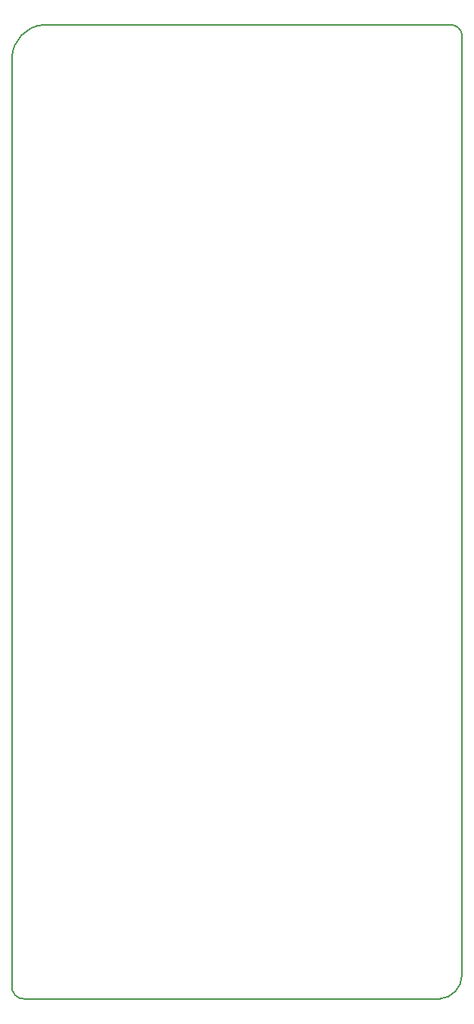
<source format=gko>
G04 DipTrace 3.3.0.0*
G04 threshold_02a.GKO*
%MOIN*%
G04 #@! TF.FileFunction,Profile*
G04 #@! TF.Part,Single*
%ADD11C,0.005512*%
%FSLAX26Y26*%
G04*
G70*
G90*
G75*
G01*
G04 BoardOutline*
%LPD*%
X532384Y4694084D2*
D11*
G03X394634Y4550333I13131J-150458D01*
G01*
Y456584D1*
G03X451134Y394084I53775J-8176D01*
G01*
X2282384D1*
G03X2382384Y500333I-7097J106863D01*
G01*
Y4650333D1*
G03X2332384Y4694084I-49450J-6067D01*
G01*
X532384D1*
M02*

</source>
